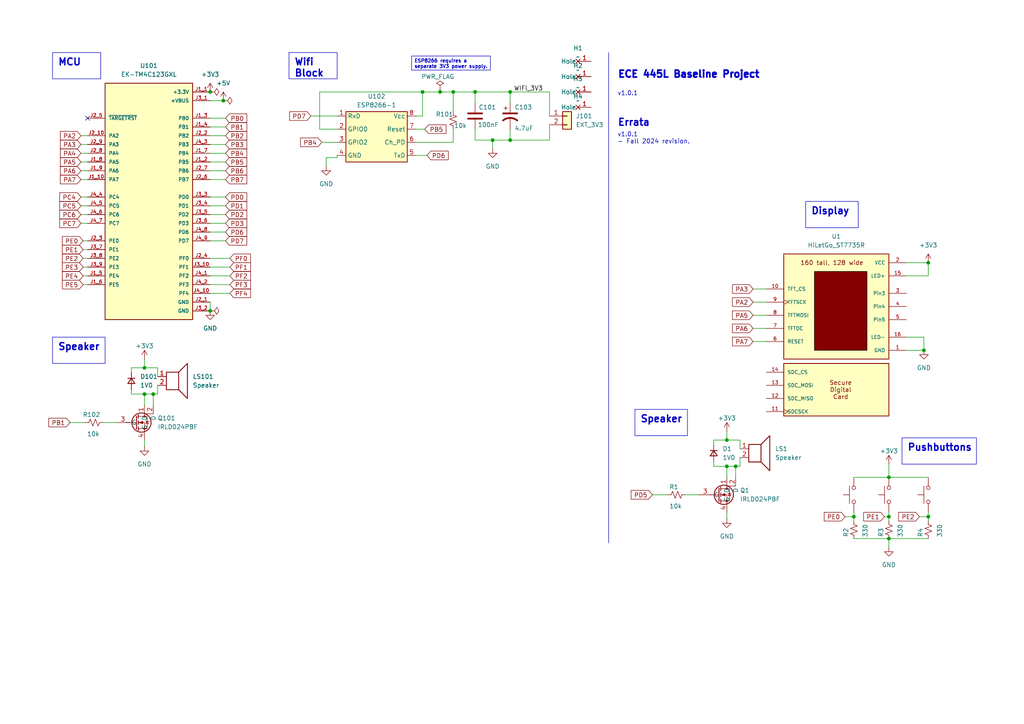
<source format=kicad_sch>
(kicad_sch (version 20231120) (generator "eeschema") (generator_version "8.0")
  (paper "A4")
  (title_block (title "ECE 445L Baseline Project") (date "2024-08-07") (rev "v1.0.1") (company "The University of Texas at Austin"))
  (lib_symbols
    (symbol "Connector_Generic:Conn_01x02" (pin_names (offset 1.016) hide)
      (property "Reference" "J" (at 0 2.54 0))
      (property "Value" "Conn_01x02" (at 0 -5.08 0))
      (symbol "Conn_01x02_1_1"
        (rectangle (start -1.27 -2.413) (end 0 -2.667) (stroke (width 0.1524)))
        (rectangle (start -1.27 0.127) (end 0 -0.127) (stroke (width 0.1524)))
        (rectangle (start -1.27 1.27) (end 1.27 -3.81) (stroke (width 0.254)) (fill (type background)))
        (pin passive line (at -5.08 0 0) (length 3.81) (name "Pin_1") (number "1"))
        (pin passive line (at -5.08 -2.54 0) (length 3.81) (name "Pin_2") (number "2"))
      )
    )
    (symbol "Device:D_Small" (pin_numbers hide) (pin_names (offset 0.254) hide)
      (property "Reference" "D" (at -1.27 2.032 0))
      (property "Value" "D_Small" (at -3.81 -2.032 0))
      (symbol "D_Small_0_1"
        (polyline (pts (xy -0.762 -1.016) (xy -0.762 1.016)) (stroke (width 0.254)))
        (polyline (pts (xy -0.762 0) (xy 0.762 0)))
        (polyline (pts (xy 0.762 -1.016) (xy -0.762 0) (xy 0.762 1.016) (xy 0.762 -1.016)) (stroke (width 0.254)))
      )
      (symbol "D_Small_1_1"
        (pin passive line (at -2.54 0 0) (length 1.778) (name "K") (number "1"))
        (pin passive line (at 2.54 0 180) (length 1.778) (name "A") (number "2"))
      )
    )
    (symbol "Device:Speaker" (pin_names (offset 0) hide)
      (property "Reference" "LS" (at 1.27 5.715 0))
      (property "Value" "Speaker" (at 1.27 3.81 0))
      (symbol "Speaker_0_0"
        (rectangle (start -2.54 1.27) (end 1.016 -3.81) (stroke (width 0.254)))
        (polyline (pts (xy 1.016 1.27) (xy 3.556 3.81) (xy 3.556 -6.35) (xy 1.016 -3.81)) (stroke (width 0.254)))
      )
      (symbol "Speaker_1_1"
        (pin input line (at -5.08 0 0) (length 2.54) (name "1") (number "1"))
        (pin input line (at -5.08 -2.54 0) (length 2.54) (name "2") (number "2"))
      )
    )
    (symbol "ECE445L:C" (pin_numbers hide) (pin_names (offset 0.254))
      (property "Reference" "C" (at 0.635 2.54 0))
      (property "Value" "C" (at 0.635 -2.54 0))
      (symbol "C_0_1"
        (polyline (pts (xy -2.032 -0.762) (xy 2.032 -0.762)) (stroke (width 0.508)))
        (polyline (pts (xy -2.032 0.762) (xy 2.032 0.762)) (stroke (width 0.508)))
      )
      (symbol "C_1_1"
        (pin passive line (at 0 3.81 270) (length 2.794) (name "~") (number "1"))
        (pin passive line (at 0 -3.81 90) (length 2.794) (name "~") (number "2"))
      )
    )
    (symbol "ECE445L:C_Polarized" (pin_numbers hide) (pin_names (offset 0.254) hide)
      (property "Reference" "C" (at 0.635 2.54 0))
      (property "Value" "C_Polarized" (at 0.635 -2.54 0))
      (symbol "C_Polarized_0_1"
        (polyline (pts (xy -2.032 0.762) (xy 2.032 0.762)) (stroke (width 0.508)))
        (polyline (pts (xy -1.778 2.286) (xy -0.762 2.286)))
        (polyline (pts (xy -1.27 1.778) (xy -1.27 2.794)))
        (arc (start 2.032 -1.27) (mid 0 -0.5572) (end -2.032 -1.27) (stroke (width 0.508)))
      )
      (symbol "C_Polarized_1_1"
        (pin passive line (at 0 3.81 270) (length 2.794) (name "~") (number "1"))
        (pin passive line (at 0 -3.81 90) (length 3.302) (name "~") (number "2"))
      )
    )
    (symbol "ECE445L:EK-TM4C123GXL" (pin_names (offset 1.016))
      (property "Reference" "U?" (at -12.7367 34.3099 0))
      (property "Value" "EK-TM4C123GXL" (at -12.7129 -38.1075 0))
      (symbol "EK-TM4C123GXL_0_0"
        (rectangle (start -12.7 -35.56) (end 12.7 33.02) (stroke (width 0.254)) (fill (type background)))
        (pin power_in line (at 17.78 30.48 180) (length 5.08) (name "+3.3V") (number "J1_1"))
        (pin bidirectional line (at -17.78 5.08 0) (length 5.08) (name "PA7") (number "J1_10"))
        (pin bidirectional line (at 17.78 22.86 180) (length 5.08) (name "PB0") (number "J1_3"))
        (pin bidirectional line (at 17.78 20.32 180) (length 5.08) (name "PB1") (number "J1_4"))
        (pin bidirectional line (at -17.78 -22.86 0) (length 5.08) (name "PE4") (number "J1_5"))
        (pin bidirectional line (at -17.78 -25.4 0) (length 5.08) (name "PE5") (number "J1_6"))
        (pin bidirectional line (at 17.78 12.7 180) (length 5.08) (name "PB4") (number "J1_7"))
        (pin bidirectional line (at -17.78 10.16 0) (length 5.08) (name "PA5") (number "J1_8"))
        (pin bidirectional line (at -17.78 7.62 0) (length 5.08) (name "PA6") (number "J1_9"))
        (pin power_in line (at 17.78 -30.48 180) (length 5.08) (name "GND") (number "J2_1"))
        (pin bidirectional line (at -17.78 17.78 0) (length 5.08) (name "PA2") (number "J2_10"))
        (pin bidirectional line (at 17.78 17.78 180) (length 5.08) (name "PB2") (number "J2_2"))
        (pin bidirectional line (at -17.78 -12.7 0) (length 5.08) (name "PE0") (number "J2_3"))
        (pin bidirectional line (at 17.78 -17.78 180) (length 5.08) (name "PF0") (number "J2_4"))
        (pin input line (at -17.78 22.86 0) (length 5.08) (name "~{TARGETRST}") (number "J2_5"))
        (pin bidirectional line (at 17.78 5.08 180) (length 5.08) (name "PB7") (number "J2_6"))
        (pin bidirectional line (at 17.78 7.62 180) (length 5.08) (name "PB6") (number "J2_7"))
        (pin bidirectional line (at -17.78 12.7 0) (length 5.08) (name "PA4") (number "J2_8"))
        (pin bidirectional line (at -17.78 15.24 0) (length 5.08) (name "PA3") (number "J2_9"))
        (pin power_in line (at 17.78 27.94 180) (length 5.08) (name "+VBUS") (number "J3_1"))
        (pin bidirectional line (at 17.78 -20.32 180) (length 5.08) (name "PF1") (number "J3_10"))
        (pin power_in line (at 17.78 -33.02 180) (length 5.08) (name "GND") (number "J3_2"))
        (pin bidirectional line (at 17.78 0 180) (length 5.08) (name "PD0") (number "J3_3"))
        (pin bidirectional line (at 17.78 -2.54 180) (length 5.08) (name "PD1") (number "J3_4"))
        (pin bidirectional line (at 17.78 -5.08 180) (length 5.08) (name "PD2") (number "J3_5"))
        (pin bidirectional line (at 17.78 -7.62 180) (length 5.08) (name "PD3") (number "J3_6"))
        (pin bidirectional line (at -17.78 -15.24 0) (length 5.08) (name "PE1") (number "J3_7"))
        (pin bidirectional line (at -17.78 -17.78 0) (length 5.08) (name "PE2") (number "J3_8"))
        (pin bidirectional line (at -17.78 -20.32 0) (length 5.08) (name "PE3") (number "J3_9"))
        (pin bidirectional line (at 17.78 -22.86 180) (length 5.08) (name "PF2") (number "J4_1"))
        (pin bidirectional line (at 17.78 -27.94 180) (length 5.08) (name "PF4") (number "J4_10"))
        (pin bidirectional line (at 17.78 -25.4 180) (length 5.08) (name "PF3") (number "J4_2"))
        (pin bidirectional line (at 17.78 15.24 180) (length 5.08) (name "PB3") (number "J4_3"))
        (pin bidirectional line (at -17.78 0 0) (length 5.08) (name "PC4") (number "J4_4"))
        (pin bidirectional line (at -17.78 -2.54 0) (length 5.08) (name "PC5") (number "J4_5"))
        (pin bidirectional line (at -17.78 -5.08 0) (length 5.08) (name "PC6") (number "J4_6"))
        (pin bidirectional line (at -17.78 -7.62 0) (length 5.08) (name "PC7") (number "J4_7"))
        (pin bidirectional line (at 17.78 -10.16 180) (length 5.08) (name "PD6") (number "J4_8"))
        (pin bidirectional line (at 17.78 -12.7 180) (length 5.08) (name "PD7") (number "J4_9"))
      )
      (symbol "EK-TM4C123GXL_1_0"
        (pin bidirectional line (at 17.78 10.16 180) (length 5.08) (name "PB5") (number "J1_2"))
      )
    )
    (symbol "ECE445L:ESP8266-1"
      (property "Reference" "U" (at 0 0 0))
      (property "Value" "ESP8266-1" (at 0 8.255 0))
      (symbol "ESP8266-1_1_1"
        (rectangle (start -8.255 6.985) (end 9.525 -7.62) (stroke (width 0.254)) (fill (type background)))
        (pin passive line (at -10.795 5.715 0) (length 2.54) (name "RxD") (number "1"))
        (pin passive line (at -10.795 1.905 0) (length 2.54) (name "GPIO0") (number "2"))
        (pin passive line (at -10.795 -1.905 0) (length 2.54) (name "GPIO2") (number "3"))
        (pin passive line (at -10.795 -5.715 0) (length 2.54) (name "GND") (number "4"))
        (pin passive line (at 12.065 -5.715 180) (length 2.54) (name "TxD") (number "5"))
        (pin passive line (at 12.065 -1.905 180) (length 2.54) (name "Ch_PD") (number "6"))
        (pin passive line (at 12.065 1.905 180) (length 2.54) (name "Reset") (number "7"))
        (pin passive line (at 12.065 5.715 180) (length 2.54) (name "Vcc") (number "8"))
      )
    )
    (symbol "ECE445L:HiLetGo_ST7735R" (pin_names (offset 1.016))
      (property "Reference" "U?" (at -15.24 16.002 0))
      (property "Value" "HiLetGo_ST7735R" (at -11.43 -34.29 0))
      (symbol "HiLetGo_ST7735R_0_0"
        (rectangle (start -15.24 -16.51) (end 15.24 -31.75) (stroke (width 0.254)) (fill (type background)))
        (rectangle (start -15.24 15.24) (end 15.24 -15.24) (stroke (width 0.254)) (fill (type background)))
      )
      (symbol "HiLetGo_ST7735R_1_0"
        (pin power_in line (at 20.32 -12.7 180) (length 5.08) (name "GND") (number "1"))
        (pin input line (at -20.32 5.08 0) (length 5.08) (name "TFT_CS") (number "10"))
        (pin input clock (at -20.32 -30.48 0) (length 5.08) (name "SDCSCK") (number "11"))
        (pin output line (at -20.32 -26.67 0) (length 5.08) (name "SDC_MISO") (number "12"))
        (pin input line (at -20.32 -22.86 0) (length 5.08) (name "SDC_MOSI") (number "13"))
        (pin input line (at -20.32 -19.05 0) (length 5.08) (name "SDC_CS") (number "14"))
        (pin power_in line (at 20.32 8.89 180) (length 5.08) (name "LED+") (number "15"))
        (pin power_in line (at 20.32 -8.89 180) (length 5.08) (name "LED-") (number "16"))
        (pin power_in line (at 20.32 12.7 180) (length 5.08) (name "VCC") (number "2"))
        (pin free line (at 20.32 3.81 180) (length 5.08) (name "Pin3") (number "3"))
        (pin free line (at 20.32 0 180) (length 5.08) (name "Pin4") (number "4"))
        (pin free line (at 20.32 -3.81 180) (length 5.08) (name "Pin5") (number "5"))
        (pin input line (at -20.32 -10.16 0) (length 5.08) (name "RESET") (number "6"))
        (pin input line (at -20.32 -6.35 0) (length 5.08) (name "TFTDC") (number "7"))
        (pin input line (at -20.32 -2.54 0) (length 5.08) (name "TFTMOSI") (number "8"))
        (pin input clock (at -20.32 1.27 0) (length 5.08) (name "TFTSCK") (number "9"))
      )
      (symbol "HiLetGo_ST7735R_1_1"
        (rectangle (start -6.35 10.16) (end 8.89 -12.7) (stroke (width 0) (color 0 0 0 1)) (fill (type color) (color 132 0 0 1)))
        (text "160 tall, 128 wide" (at -1.27 12.7 0) (effects (font (size 1.27 1.27))))
        (text "Secure\nDigital\nCard" (at 1.27 -24.13 0) (effects (font (size 1.27 1.27))))
      )
    )
    (symbol "ECE445L:IRLD024PBF"
      (property "Reference" "Q" (at 6.35 5.715 0))
      (property "Value" "IRLD024PBF" (at 16.51 -1.905 0))
      (symbol "IRLD024PBF_0_1"
        (polyline (pts (xy 11.43 0.635) (xy 8.636 0.635)))
        (polyline (pts (xy 11.684 2.54) (xy 11.684 -1.27)) (stroke (width 0.254)))
        (polyline (pts (xy 12.192 -0.635) (xy 12.192 -1.651)) (stroke (width 0.254)))
        (polyline (pts (xy 12.192 1.143) (xy 12.192 0.127)) (stroke (width 0.254)))
        (polyline (pts (xy 12.192 2.921) (xy 12.192 1.905)) (stroke (width 0.254)))
        (polyline (pts (xy 13.97 3.175) (xy 13.97 2.413)))
        (polyline (pts (xy 16.51 3.175) (xy 13.97 3.175)))
        (polyline (pts (xy 13.97 -1.905) (xy 13.97 0.635) (xy 12.192 0.635)))
        (polyline (pts (xy 12.192 -1.143) (xy 14.732 -1.143) (xy 14.732 2.413) (xy 12.192 2.413)))
        (polyline (pts (xy 12.446 0.635) (xy 13.462 1.016) (xy 13.462 0.254) (xy 12.446 0.635)) (fill (type outline)))
        (polyline (pts (xy 14.224 1.143) (xy 14.351 1.016) (xy 15.113 1.016) (xy 15.24 0.889)))
        (polyline (pts (xy 14.732 1.016) (xy 14.351 0.381) (xy 15.113 0.381) (xy 14.732 1.016)))
        (circle (center 13.081 0.635) (radius 2.794) (stroke (width 0.254)))
        (circle (center 13.97 -1.143) (radius 0.254) (fill (type outline)))
        (circle (center 13.97 2.413) (radius 0.254) (fill (type outline)))
      )
      (symbol "IRLD024PBF_1_1"
        (pin passive line (at 13.97 5.715 270) (length 2.54) (name "D") (number "1"))
        (pin passive line (at 16.51 5.715 270) (length 2.54) (name "D") (number "2"))
        (pin input line (at 5.715 0.635 0) (length 4) (name "G") (number "3"))
        (pin passive line (at 13.97 -4.445 90) (length 2.54) (name "S") (number "4"))
      )
    )
    (symbol "ECE445L:MountingHole"
      (property "Reference" "H" (at 0 0 0))
      (symbol "MountingHole_1_1"
        (pin power_in non_logic (at 0 0 180) (length 3.81) (name "Hole") (number "1"))
      )
    )
    (symbol "ECE445L:R_0.125W" (pin_numbers hide) (pin_names (offset 0.254) hide)
      (property "Reference" "R" (at 0.762 0.508 0))
      (property "Value" "R_0.125W" (at 0.762 -1.016 0))
      (symbol "R_0.125W_1_1"
        (polyline (pts (xy 0 0) (xy 1.016 -0.381) (xy 0 -0.762) (xy -1.016 -1.143) (xy 0 -1.524)))
        (polyline (pts (xy 0 1.524) (xy 1.016 1.143) (xy 0 0.762) (xy -1.016 0.381) (xy 0 0)))
        (pin passive line (at 0 2.54 270) (length 1.016) (name "~") (number "1"))
        (pin passive line (at 0 -2.54 90) (length 1.016) (name "~") (number "2"))
      )
    )
    (symbol "Switch:SW_Push" (pin_numbers hide) (pin_names (offset 1.016) hide)
      (property "Reference" "SW" (at 1.27 2.54 0))
      (property "Value" "SW_Push" (at 0 -1.524 0))
      (symbol "SW_Push_0_1"
        (circle (center -2.032 0) (radius 0.508))
        (polyline (pts (xy 0 1.27) (xy 0 3.048)))
        (polyline (pts (xy 2.54 1.27) (xy -2.54 1.27)))
        (circle (center 2.032 0) (radius 0.508))
        (pin passive line (at -5.08 0 0) (length 2.54) (name "1") (number "1"))
        (pin passive line (at 5.08 0 180) (length 2.54) (name "2") (number "2"))
      )
    )
    (symbol "power:+3V3" (power) (pin_numbers hide) (pin_names (offset 0) hide)
      (property "Value" "+3V3" (at 0 3.556 0))
      (symbol "+3V3_0_1"
        (polyline (pts (xy -0.762 1.27) (xy 0 2.54)))
        (polyline (pts (xy 0 0) (xy 0 2.54)))
        (polyline (pts (xy 0 2.54) (xy 0.762 1.27)))
      )
      (symbol "+3V3_1_1"
        (pin power_in line (at 0 0 90) (length 0) (name "~") (number "1"))
      )
    )
    (symbol "power:+5V" (power) (pin_numbers hide) (pin_names (offset 0) hide)
      (property "Value" "+5V" (at 0 3.556 0))
      (symbol "+5V_0_1"
        (polyline (pts (xy -0.762 1.27) (xy 0 2.54)))
        (polyline (pts (xy 0 0) (xy 0 2.54)))
        (polyline (pts (xy 0 2.54) (xy 0.762 1.27)))
      )
      (symbol "+5V_1_1"
        (pin power_in line (at 0 0 90) (length 0) (name "~") (number "1"))
      )
    )
    (symbol "power:GND" (power) (pin_numbers hide) (pin_names (offset 0) hide)
      (property "Value" "GND" (at 0 -3.81 0))
      (symbol "GND_0_1"
        (polyline (pts (xy 0 0) (xy 0 -1.27) (xy 1.27 -1.27) (xy 0 -2.54) (xy -1.27 -1.27) (xy 0 -1.27)))
      )
      (symbol "GND_1_1"
        (pin power_in line (at 0 0 270) (length 0) (name "~") (number "1"))
      )
    )
    (symbol "power:PWR_FLAG" (power) (pin_numbers hide) (pin_names (offset 0) hide)
      (property "Value" "PWR_FLAG" (at 0 3.81 0))
      (symbol "PWR_FLAG_0_0"
        (pin power_out line (at 0 0 90) (length 0) (name "~") (number "1"))
      )
      (symbol "PWR_FLAG_0_1"
        (polyline (pts (xy 0 0) (xy 0 1.27) (xy -1.016 1.905) (xy 0 2.54) (xy 1.016 1.905) (xy 0 1.27)))
      )
    )
  )
  (junction (at 60.96 26.67))
  (junction (at 127.635 26.67))
  (junction (at 213.36 135.255))
  (junction (at 210.82 127.635))
  (junction (at 147.955 26.67))
  (junction (at 269.24 149.86))
  (junction (at 41.91 106.68))
  (junction (at 44.45 114.3))
  (junction (at 210.82 135.255))
  (junction (at 267.97 101.6))
  (junction (at 122.555 26.67))
  (junction (at 137.795 26.67))
  (junction (at 147.955 40.64))
  (junction (at 257.81 138.43))
  (junction (at 60.96 90.17))
  (junction (at 269.24 76.2))
  (junction (at 257.81 149.86))
  (junction (at 41.91 114.3))
  (junction (at 257.81 156.21))
  (junction (at 142.875 40.64))
  (junction (at 131.445 26.67))
  (junction (at 64.77 29.21))
  (junction (at 247.65 149.86))
  (no_connect (at 25.4 34.29))
  (wire (pts (xy 60.96 41.91) (xy 65.405 41.91)))
  (wire (pts (xy 93.345 41.275) (xy 97.79 41.275)))
  (wire (pts (xy 60.96 52.07) (xy 65.405 52.07)))
  (wire (pts (xy 262.89 101.6) (xy 267.97 101.6)))
  (wire (pts (xy 60.96 36.83) (xy 65.405 36.83)))
  (wire (pts (xy 20.32 122.555) (xy 24.765 122.555)))
  (wire (pts (xy 38.1 106.68) (xy 41.91 106.68)))
  (wire (pts (xy 94.615 45.72) (xy 94.615 48.26)))
  (wire (pts (xy 60.96 69.85) (xy 65.405 69.85)))
  (wire (pts (xy 131.445 41.275) (xy 131.445 37.465)))
  (wire (pts (xy 262.89 76.2) (xy 269.24 76.2)))
  (wire (pts (xy 23.495 64.77) (xy 25.4 64.77)))
  (wire (pts (xy 147.955 40.64) (xy 159.385 40.64)))
  (wire (pts (xy 257.81 134.62) (xy 257.81 138.43)))
  (wire (pts (xy 120.65 45.085) (xy 123.825 45.085)))
  (wire (pts (xy 60.96 77.47) (xy 66.675 77.47)))
  (wire (pts (xy 45.72 111.76) (xy 45.72 114.3)))
  (wire (pts (xy 92.71 26.67) (xy 92.71 37.465)))
  (wire (pts (xy 24.13 77.47) (xy 25.4 77.47)))
  (wire (pts (xy 218.44 87.63) (xy 222.25 87.63)))
  (wire (pts (xy 23.495 62.23) (xy 25.4 62.23)))
  (wire (pts (xy 97.79 45.72) (xy 94.615 45.72)))
  (wire (pts (xy 23.495 41.91) (xy 25.4 41.91)))
  (wire (pts (xy 142.875 40.64) (xy 137.795 40.64)))
  (wire (pts (xy 41.91 104.14) (xy 41.91 106.68)))
  (wire (pts (xy 29.845 122.555) (xy 33.655 122.555)))
  (wire (pts (xy 60.96 39.37) (xy 65.405 39.37)))
  (wire (pts (xy 218.44 83.82) (xy 222.25 83.82)))
  (wire (pts (xy 60.96 87.63) (xy 60.96 90.17)))
  (wire (pts (xy 269.24 76.2) (xy 269.24 80.01)))
  (wire (pts (xy 41.91 114.3) (xy 44.45 114.3)))
  (wire (pts (xy 131.445 26.67) (xy 127.635 26.67)))
  (wire (pts (xy 269.24 149.86) (xy 269.24 151.13)))
  (wire (pts (xy 24.13 72.39) (xy 25.4 72.39)))
  (wire (pts (xy 247.65 148.59) (xy 247.65 149.86)))
  (wire (pts (xy 210.82 125.095) (xy 210.82 127.635)))
  (wire (pts (xy 38.1 106.68) (xy 38.1 107.95)))
  (wire (pts (xy 60.96 85.09) (xy 66.675 85.09)))
  (wire (pts (xy 24.13 69.85) (xy 25.4 69.85)))
  (wire (pts (xy 38.1 114.3) (xy 41.91 114.3)))
  (wire (pts (xy 127.635 26.035) (xy 127.635 26.67)))
  (wire (pts (xy 256.54 149.86) (xy 257.81 149.86)))
  (wire (pts (xy 23.495 49.53) (xy 25.4 49.53)))
  (wire (pts (xy 207.01 127.635) (xy 210.82 127.635)))
  (wire (pts (xy 210.82 135.255) (xy 210.82 138.43)))
  (wire (pts (xy 60.96 80.01) (xy 66.675 80.01)))
  (wire (pts (xy 218.44 99.06) (xy 222.25 99.06)))
  (wire (pts (xy 120.65 33.655) (xy 122.555 33.655)))
  (wire (pts (xy 247.65 156.21) (xy 257.81 156.21)))
  (wire (pts (xy 60.96 34.29) (xy 65.405 34.29)))
  (wire (pts (xy 24.13 80.01) (xy 25.4 80.01)))
  (wire (pts (xy 213.36 135.255) (xy 213.36 138.43)))
  (wire (pts (xy 247.65 138.43) (xy 257.81 138.43)))
  (wire (pts (xy 97.79 45.085) (xy 97.79 45.72)))
  (wire (pts (xy 257.81 148.59) (xy 257.81 149.86)))
  (wire (pts (xy 23.495 39.37) (xy 25.4 39.37)))
  (wire (pts (xy 210.82 148.59) (xy 210.82 150.495)))
  (wire (pts (xy 267.97 97.79) (xy 267.97 101.6)))
  (wire (pts (xy 120.65 37.465) (xy 123.19 37.465)))
  (wire (pts (xy 23.495 44.45) (xy 25.4 44.45)))
  (wire (pts (xy 213.36 135.255) (xy 214.63 135.255)))
  (wire (pts (xy 90.17 33.655) (xy 97.79 33.655)))
  (wire (pts (xy 60.96 29.21) (xy 64.77 29.21)))
  (wire (pts (xy 266.7 149.86) (xy 269.24 149.86)))
  (wire (pts (xy 142.875 40.64) (xy 147.955 40.64)))
  (wire (pts (xy 137.795 26.67) (xy 131.445 26.67)))
  (polyline (pts (xy 176.53 15.24) (xy 176.53 157.48)))
  (wire (pts (xy 24.13 82.55) (xy 25.4 82.55)))
  (wire (pts (xy 23.495 52.07) (xy 25.4 52.07)))
  (wire (pts (xy 207.01 127.635) (xy 207.01 128.905)))
  (wire (pts (xy 147.955 26.67) (xy 137.795 26.67)))
  (wire (pts (xy 257.81 156.21) (xy 269.24 156.21)))
  (wire (pts (xy 257.81 138.43) (xy 269.24 138.43)))
  (wire (pts (xy 44.45 114.3) (xy 45.72 114.3)))
  (wire (pts (xy 23.495 46.99) (xy 25.4 46.99)))
  (wire (pts (xy 127.635 26.67) (xy 122.555 26.67)))
  (wire (pts (xy 257.81 156.21) (xy 257.81 158.75)))
  (wire (pts (xy 137.795 40.64) (xy 137.795 37.465)))
  (wire (pts (xy 218.44 95.25) (xy 222.25 95.25)))
  (wire (pts (xy 159.385 36.195) (xy 159.385 40.64)))
  (wire (pts (xy 198.755 143.51) (xy 202.565 143.51)))
  (wire (pts (xy 97.79 37.465) (xy 92.71 37.465)))
  (wire (pts (xy 60.96 64.77) (xy 65.405 64.77)))
  (wire (pts (xy 214.63 127.635) (xy 214.63 130.175)))
  (wire (pts (xy 137.795 26.67) (xy 137.795 29.845)))
  (wire (pts (xy 207.01 135.255) (xy 210.82 135.255)))
  (wire (pts (xy 120.65 41.275) (xy 131.445 41.275)))
  (wire (pts (xy 207.01 135.255) (xy 207.01 133.985)))
  (wire (pts (xy 41.91 114.3) (xy 41.91 117.475)))
  (wire (pts (xy 142.875 43.18) (xy 142.875 40.64)))
  (wire (pts (xy 122.555 33.655) (xy 122.555 26.67)))
  (wire (pts (xy 210.82 135.255) (xy 213.36 135.255)))
  (wire (pts (xy 262.89 80.01) (xy 269.24 80.01)))
  (wire (pts (xy 218.44 91.44) (xy 222.25 91.44)))
  (wire (pts (xy 60.96 82.55) (xy 66.675 82.55)))
  (wire (pts (xy 60.96 74.93) (xy 66.675 74.93)))
  (wire (pts (xy 257.81 149.86) (xy 257.81 151.13)))
  (wire (pts (xy 214.63 132.715) (xy 214.63 135.255)))
  (wire (pts (xy 131.445 26.67) (xy 131.445 32.385)))
  (wire (pts (xy 44.45 114.3) (xy 44.45 117.475)))
  (wire (pts (xy 60.96 44.45) (xy 65.405 44.45)))
  (wire (pts (xy 60.96 67.31) (xy 65.405 67.31)))
  (wire (pts (xy 60.96 57.15) (xy 65.405 57.15)))
  (wire (pts (xy 262.89 97.79) (xy 267.97 97.79)))
  (wire (pts (xy 23.495 57.15) (xy 25.4 57.15)))
  (wire (pts (xy 210.82 127.635) (xy 214.63 127.635)))
  (wire (pts (xy 45.72 106.68) (xy 45.72 109.22)))
  (wire (pts (xy 41.91 127.635) (xy 41.91 129.54)))
  (wire (pts (xy 147.955 40.64) (xy 147.955 37.465)))
  (wire (pts (xy 189.23 143.51) (xy 193.675 143.51)))
  (wire (pts (xy 60.96 59.69) (xy 65.405 59.69)))
  (wire (pts (xy 147.955 26.67) (xy 147.955 29.845)))
  (wire (pts (xy 122.555 26.67) (xy 92.71 26.67)))
  (wire (pts (xy 245.11 149.86) (xy 247.65 149.86)))
  (wire (pts (xy 23.495 59.69) (xy 25.4 59.69)))
  (wire (pts (xy 60.96 46.99) (xy 65.405 46.99)))
  (wire (pts (xy 269.24 148.59) (xy 269.24 149.86)))
  (wire (pts (xy 159.385 26.67) (xy 159.385 33.655)))
  (wire (pts (xy 60.96 62.23) (xy 65.405 62.23)))
  (wire (pts (xy 41.91 106.68) (xy 45.72 106.68)))
  (wire (pts (xy 60.96 49.53) (xy 65.405 49.53)))
  (wire (pts (xy 24.13 74.93) (xy 25.4 74.93)))
  (wire (pts (xy 159.385 26.67) (xy 147.955 26.67)))
  (wire (pts (xy 38.1 114.3) (xy 38.1 113.03)))
  (wire (pts (xy 247.65 149.86) (xy 247.65 151.13)))
  (text_box "MCU" (at 15.24 15.24 0) (size 13.97 7.62) (effects (font (size 2 2) (thickness 0.4) (bold yes)) (justify left top)))
  (text_box "Speaker" (at 184.15 118.745 0) (size 15.24 7.62) (effects (font (size 2 2) (thickness 0.4) (bold yes)) (justify left top)))
  (text_box "ESP8266 requires a separate 3V3 power supply." (at 119.38 16.256 0) (size 22.86 4.064) (effects (font (size 1 1) (bold yes)) (justify left top)))
  (text_box "Speaker" (at 15.24 97.79 0) (size 15.24 7.62) (effects (font (size 2 2) (thickness 0.4) (bold yes)) (justify left top)))
  (text_box "Pushbuttons" (at 261.62 127 0) (size 21.59 7.62) (effects (font (size 2 2) (thickness 0.4) (bold yes)) (justify left top)))
  (text_box "Wifi Block" (at 83.82 15.24 0) (size 13.97 7.62) (effects (font (size 2 2) (thickness 0.4) (bold yes)) (justify left top)))
  (text_box "Display\n" (at 233.68 58.42 0) (size 15.24 7.62) (effects (font (size 2 2) (thickness 0.4) (bold yes)) (justify left top)))
  (text "v1.0.1\n- Fall 2024 revision." (at 179.07 41.91 0) (effects (font (size 1.27 1.27)) (justify left bottom)))
  (text "ECE 445L Baseline Project" (at 179.07 22.86 0) (effects (font (size 2 2) (thickness 0.6) (bold yes)) (justify left bottom)))
  (text "v1.0.1" (at 179.07 27.94 0) (effects (font (size 1.27 1.27)) (justify left bottom)))
  (text "Errata" (at 179.07 36.83 0) (effects (font (size 2 2) (thickness 0.4) (bold yes)) (justify left bottom)))
  (label "WIFI_3V3" (at 157.48 26.67 180))
  (global_label "PC5" (shape input) (at 23.495 59.69 180) (property "Intersheetrefs" "${INTERSHEET_REFS}" (effects (hide yes))))
  (global_label "PB6" (shape input) (at 65.405 49.53 0) (property "Intersheetrefs" "${INTERSHEET_REFS}" (effects (hide yes))))
  (global_label "PA3" (shape input) (at 218.44 83.82 180) (property "Intersheetrefs" "${INTERSHEET_REFS}" (effects (hide yes))))
  (global_label "PB2" (shape input) (at 65.405 39.37 0) (property "Intersheetrefs" "${INTERSHEET_REFS}" (effects (hide yes))))
  (global_label "PA7" (shape input) (at 23.495 52.07 180) (property "Intersheetrefs" "${INTERSHEET_REFS}" (effects (hide yes))))
  (global_label "PA4" (shape input) (at 23.495 44.45 180) (property "Intersheetrefs" "${INTERSHEET_REFS}" (effects (hide yes))))
  (global_label "PA2" (shape input) (at 218.44 87.63 180) (property "Intersheetrefs" "${INTERSHEET_REFS}" (effects (hide yes))))
  (global_label "PB5" (shape input) (at 65.405 46.99 0) (property "Intersheetrefs" "${INTERSHEET_REFS}" (effects (hide yes))))
  (global_label "PB3" (shape input) (at 65.405 41.91 0) (property "Intersheetrefs" "${INTERSHEET_REFS}" (effects (hide yes))))
  (global_label "PD7" (shape input) (at 65.405 69.85 0) (property "Intersheetrefs" "${INTERSHEET_REFS}" (effects (hide yes))))
  (global_label "PE0" (shape input) (at 24.13 69.85 180) (property "Intersheetrefs" "${INTERSHEET_REFS}" (effects (hide yes))))
  (global_label "PD1" (shape input) (at 65.405 59.69 0) (property "Intersheetrefs" "${INTERSHEET_REFS}" (effects (hide yes))))
  (global_label "PA6" (shape input) (at 218.44 95.25 180) (property "Intersheetrefs" "${INTERSHEET_REFS}" (effects (hide yes))))
  (global_label "PF4" (shape input) (at 66.675 85.09 0) (property "Intersheetrefs" "${INTERSHEET_REFS}" (effects (hide yes))))
  (global_label "PE3" (shape input) (at 24.13 77.47 180) (property "Intersheetrefs" "${INTERSHEET_REFS}" (effects (hide yes))))
  (global_label "PC7" (shape input) (at 23.495 64.77 180) (property "Intersheetrefs" "${INTERSHEET_REFS}" (effects (hide yes))))
  (global_label "PD7" (shape input) (at 90.17 33.655 180) (property "Intersheetrefs" "${INTERSHEET_REFS}" (effects (hide yes))))
  (global_label "PB4" (shape input) (at 93.345 41.275 180) (property "Intersheetrefs" "${INTERSHEET_REFS}" (effects (hide yes))))
  (global_label "PE1" (shape input) (at 256.54 149.86 180) (property "Intersheetrefs" "${INTERSHEET_REFS}" (effects (hide yes))))
  (global_label "PE2" (shape input) (at 24.13 74.93 180) (property "Intersheetrefs" "${INTERSHEET_REFS}" (effects (hide yes))))
  (global_label "PA3" (shape input) (at 23.495 41.91 180) (property "Intersheetrefs" "${INTERSHEET_REFS}" (effects (hide yes))))
  (global_label "PE4" (shape input) (at 24.13 80.01 180) (property "Intersheetrefs" "${INTERSHEET_REFS}" (effects (hide yes))))
  (global_label "PC4" (shape input) (at 23.495 57.15 180) (property "Intersheetrefs" "${INTERSHEET_REFS}" (effects (hide yes))))
  (global_label "PB0" (shape input) (at 65.405 34.29 0) (property "Intersheetrefs" "${INTERSHEET_REFS}" (effects (hide yes))))
  (global_label "PE1" (shape input) (at 24.13 72.39 180) (property "Intersheetrefs" "${INTERSHEET_REFS}" (effects (hide yes))))
  (global_label "PF3" (shape input) (at 66.675 82.55 0) (property "Intersheetrefs" "${INTERSHEET_REFS}" (effects (hide yes))))
  (global_label "PA5" (shape input) (at 218.44 91.44 180) (property "Intersheetrefs" "${INTERSHEET_REFS}" (effects (hide yes))))
  (global_label "PE0" (shape input) (at 245.11 149.86 180) (property "Intersheetrefs" "${INTERSHEET_REFS}" (effects (hide yes))))
  (global_label "PD3" (shape input) (at 65.405 64.77 0) (property "Intersheetrefs" "${INTERSHEET_REFS}" (effects (hide yes))))
  (global_label "PE2" (shape input) (at 266.7 149.86 180) (property "Intersheetrefs" "${INTERSHEET_REFS}" (effects (hide yes))))
  (global_label "PD0" (shape input) (at 65.405 57.15 0) (property "Intersheetrefs" "${INTERSHEET_REFS}" (effects (hide yes))))
  (global_label "PB7" (shape input) (at 65.405 52.07 0) (property "Intersheetrefs" "${INTERSHEET_REFS}" (effects (hide yes))))
  (global_label "PD6" (shape input) (at 123.825 45.085 0) (property "Intersheetrefs" "${INTERSHEET_REFS}" (effects (hide yes))))
  (global_label "PA2" (shape input) (at 23.495 39.37 180) (property "Intersheetrefs" "${INTERSHEET_REFS}" (effects (hide yes))))
  (global_label "PA7" (shape input) (at 218.44 99.06 180) (property "Intersheetrefs" "${INTERSHEET_REFS}" (effects (hide yes))))
  (global_label "PB1" (shape input) (at 20.32 122.555 180) (property "Intersheetrefs" "${INTERSHEET_REFS}" (effects (hide yes))))
  (global_label "PF0" (shape input) (at 66.675 74.93 0) (property "Intersheetrefs" "${INTERSHEET_REFS}" (effects (hide yes))))
  (global_label "PC6" (shape input) (at 23.495 62.23 180) (property "Intersheetrefs" "${INTERSHEET_REFS}" (effects (hide yes))))
  (global_label "PE5" (shape input) (at 24.13 82.55 180) (property "Intersheetrefs" "${INTERSHEET_REFS}" (effects (hide yes))))
  (global_label "PB5" (shape input) (at 123.19 37.465 0) (property "Intersheetrefs" "${INTERSHEET_REFS}" (effects (hide yes))))
  (global_label "PD6" (shape input) (at 65.405 67.31 0) (property "Intersheetrefs" "${INTERSHEET_REFS}" (effects (hide yes))))
  (global_label "PF1" (shape input) (at 66.675 77.47 0) (property "Intersheetrefs" "${INTERSHEET_REFS}" (effects (hide yes))))
  (global_label "PB1" (shape input) (at 65.405 36.83 0) (property "Intersheetrefs" "${INTERSHEET_REFS}" (effects (hide yes))))
  (global_label "PA6" (shape input) (at 23.495 49.53 180) (property "Intersheetrefs" "${INTERSHEET_REFS}" (effects (hide yes))))
  (global_label "PD5" (shape input) (at 189.23 143.51 180) (property "Intersheetrefs" "${INTERSHEET_REFS}" (effects (hide yes))))
  (global_label "PD2" (shape input) (at 65.405 62.23 0) (property "Intersheetrefs" "${INTERSHEET_REFS}" (effects (hide yes))))
  (global_label "PF2" (shape input) (at 66.675 80.01 0) (property "Intersheetrefs" "${INTERSHEET_REFS}" (effects (hide yes))))
  (global_label "PB4" (shape input) (at 65.405 44.45 0) (property "Intersheetrefs" "${INTERSHEET_REFS}" (effects (hide yes))))
  (global_label "PA5" (shape input) (at 23.495 46.99 180) (property "Intersheetrefs" "${INTERSHEET_REFS}" (effects (hide yes))))
  (symbol (lib_id "power:PWR_FLAG") (at 60.96 90.17 270) (unit 1)
    (property "Reference" "#FLG0102" (effects (hide yes)))
    (property "Value" "PWR_FLAG" (effects (hide yes)))
    (property "Description" "Special symbol for telling ERC where power comes from" (effects (hide yes)))
  )
  (symbol (lib_id "Device:D_Small") (at 38.1 110.49 270) (unit 1)
    (property "Reference" "D101" (at 40.64 109.22 90) (effects (justify left)))
    (property "Value" "1V0" (at 40.64 111.76 90) (effects (justify left)))
    (property "Footprint" "Diode_THT:D_5W_P12.70mm_Horizontal" (effects (hide yes)))
    (property "Description" "Diode, small symbol" (effects (hide yes)))
    (property "Cost" "0.10 " (effects (hide yes)))
    (property "Distributor" "Mouser" (effects (hide yes)))
    (property "Manufacturer" "onsemi" (effects (hide yes)))
    (property "P/N" "1N914 " (effects (hide yes)))
    (property "Sim.Device" "D" (effects (hide yes)))
    (property "Sim.Pins" "1=K 2=A" (effects (hide yes)))
  )
  (symbol (lib_id "ECE445L:HiLetGo_ST7735R") (at 242.57 88.9 0) (unit 1)
    (property "Reference" "U1" (at 242.57 68.58 0))
    (property "Value" "HiLetGo_ST7735R" (at 242.57 71.12 0))
    (property "Footprint" "ECE445L:hiletgo_st7735r" (effects (hide yes)))
    (property "Datasheet" "https://users.ece.utexas.edu/~valvano/mspm0/1-8-tft-display.pdf" (effects (hide yes)))
    (property "Description" "http://hiletgo.com/ProductDetail/2157911.html" (effects (hide yes)))
    (property "Distributor" "Amazon" (effects (hide yes)))
    (property "Manufacturer" "HiLetGo" (effects (hide yes)))
    (property "P/N" "https://www.amazon.com/s?k=hiletgo+ST7735R" (effects (hide yes)))
    (property "Cost" "9.95" (effects (hide yes)))
  )
  (symbol (lib_id "ECE445L:EK-TM4C123GXL") (at 43.18 57.15 0) (unit 1)
    (property "Reference" "U101" (at 43.18 19.05 0))
    (property "Value" "EK-TM4C123GXL" (at 43.18 21.59 0))
    (property "Footprint" "ECE445L:ti_EKTM4C123GXL" (effects (hide yes)))
    (property "Datasheet" "https://www.ti.com/lit/ds/symlink/tm4c123gh6pm.pdf?ts=1693244962384&ref_url=https%253A%252F%252Fwww.google.com%252F" (effects (hide yes)))
    (property "Distributor" "Mouser" (effects (hide yes)))
    (property "Manufacturer" "Texas Instruments" (effects (hide yes)))
    (property "P/N" "EK-TM4C123GXL" (effects (hide yes)))
    (property "Cost" "22.60" (effects (hide yes)))
  )
  (symbol (lib_id "ECE445L:IRLD024PBF") (at 27.94 123.19 0) (unit 1)
    (property "Reference" "Q101" (at 45.72 121.2849 0) (effects (justify left)))
    (property "Value" "IRLD024PBF" (at 45.72 123.8249 0) (effects (justify left)))
    (property "Footprint" "ECE445L:DIP920W60P254L490H457Q4N" (effects (hide yes)))
    (property "Datasheet" "http://www.vishay.com/docs/91308/sihld24.pdf" (effects (hide yes)))
    (property "Description" "Vishay IRLD024PBF N-channel MOSFET Transistor, 2.5 A, 60 V, 4-Pin HVMDIP" (effects (hide yes)))
    (property "Cost" "1.67" (effects (hide yes)))
    (property "Distributor" "Mouser" (effects (hide yes)))
    (property "Manufacturer" "Vishay" (effects (hide yes)))
    (property "P/N" "IRLD024PBF" (effects (hide yes)))
    (property "Sim.Device" "NMOS" (effects (hide yes)))
    (property "Sim.Type" "VDMOS" (effects (hide yes)))
    (property "Sim.Pins" "1=D 2=G 3=S" (effects (hide yes)))
    (property "Height" "4.57" (effects (hide yes)))
    (property "Mouser Part Number" "844-IRLD024PBF" (effects (hide yes)))
    (property "Mouser Price/Stock" "https://www.mouser.co.uk/ProductDetail/Vishay-Siliconix/IRLD024PBF?qs=cvaI6ThkwxvrmVanJu5OcQ%3D%3D" (effects (hide yes)))
    (property "Manufacturer_Name" "Vishay" (effects (hide yes)))
    (property "Manufacturer_Part_Number" "IRLD024PBF" (effects (hide yes)))
  )
  (symbol (lib_id "ECE445L:R_0.125W") (at 257.81 153.67 180) (unit 1)
    (property "Reference" "R3" (at 255.524 154.432 90))
    (property "Value" "330" (at 261.112 153.924 90))
    (property "Footprint" "ECE445L:R_Axial_DIN0204_L3.6mm_D1.6mm_P7.62mm_Horizontal" (effects (hide yes)))
    (property "Datasheet" "https://users.ece.utexas.edu/~valvano/mspm0/CarbonFilmresistors.pdf" (effects (hide yes)))
    (property "Description" "Resistor, small US symbol" (effects (hide yes)))
  )
  (symbol (lib_id "power:PWR_FLAG") (at 64.77 29.21 270) (unit 1)
    (property "Reference" "#FLG0103" (effects (hide yes)))
    (property "Value" "PWR_FLAG" (effects (hide yes)))
    (property "Description" "Special symbol for telling ERC where power comes from" (effects (hide yes)))
  )
  (symbol (lib_id "Switch:SW_Push") (at 247.65 143.51 90) (unit 1)
    (property "Reference" "SW101" (effects (hide yes)))
    (property "Value" "UP" (effects (hide yes)))
    (property "Footprint" "Button_Switch_THT:SW_PUSH_6mm" (effects (hide yes)))
    (property "Description" "Push button switch, generic, two pins" (effects (hide yes)))
  )
  (symbol (lib_id "ECE445L:MountingHole") (at 171.45 22.225 0) (unit 1)
    (property "Reference" "H2" (at 167.64 19.05 0))
    (property "Value" "~" (at 167.64 20.32 0))
    (property "Footprint" "ECE445L:MountingHole_4_40" (effects (hide yes)))
    (property "Description" "Drill hole for 4-40 screw" (effects (hide yes)))
  )
  (symbol (lib_id "Connector_Generic:Conn_01x02") (at 164.465 33.655 0) (unit 1)
    (property "Reference" "J101" (at 167.005 33.655 0) (effects (justify left)))
    (property "Value" "EXT_3V3" (at 167.005 36.195 0) (effects (justify left)))
    (property "Footprint" "Connector_Samtec_HPM_THT:Samtec_HPM-02-01-x-S_Straight_1x02_Pitch5.08mm" (effects (hide yes)))
    (property "Description" "Generic connector, single row, 01x02, script generated (kicad-library-utils/schlib/autogen/connector/)" (effects (hide yes)))
  )
  (symbol (lib_id "ECE445L:C_Polarized") (at 147.955 33.655 0) (unit 1)
    (property "Reference" "C103" (at 149.225 31.115 0) (effects (justify left)))
    (property "Value" "4.7uF" (at 149.225 37.211 0) (effects (justify left)))
    (property "Footprint" "ECE445L:CP_Radial_Tantal200mil" (effects (hide yes)))
    (property "Description" "Polarized capacitor, US symbol" (effects (hide yes)))
  )
  (symbol (lib_id "power:GND") (at 94.615 48.26 0) (unit 1)
    (property "Reference" "#PWR03" (effects (hide yes)))
    (property "Value" "GND" (at 94.615 53.34 0))
    (property "Description" "Power symbol creates a global label with name \"GND\" , ground" (effects (hide yes)))
  )
  (symbol (lib_id "ECE445L:IRLD024PBF") (at 196.85 144.145 0) (unit 1)
    (property "Reference" "Q1" (at 214.63 142.2399 0) (effects (justify left)))
    (property "Value" "IRLD024PBF" (at 214.63 144.7799 0) (effects (justify left)))
    (property "Footprint" "ECE445L:DIP920W60P254L490H457Q4N" (effects (hide yes)))
    (property "Datasheet" "http://www.vishay.com/docs/91308/sihld24.pdf" (effects (hide yes)))
    (property "Description" "Vishay IRLD024PBF N-channel MOSFET Transistor, 2.5 A, 60 V, 4-Pin HVMDIP" (effects (hide yes)))
    (property "Cost" "1.67" (effects (hide yes)))
    (property "Distributor" "Mouser" (effects (hide yes)))
    (property "Manufacturer" "Vishay" (effects (hide yes)))
    (property "P/N" "IRLD024PBF" (effects (hide yes)))
    (property "Sim.Device" "NMOS" (effects (hide yes)))
    (property "Sim.Type" "VDMOS" (effects (hide yes)))
    (property "Sim.Pins" "1=D 2=G 3=S" (effects (hide yes)))
    (property "Height" "4.57" (effects (hide yes)))
    (property "Mouser Part Number" "844-IRLD024PBF" (effects (hide yes)))
    (property "Mouser Price/Stock" "https://www.mouser.co.uk/ProductDetail/Vishay-Siliconix/IRLD024PBF?qs=cvaI6ThkwxvrmVanJu5OcQ%3D%3D" (effects (hide yes)))
    (property "Manufacturer_Name" "Vishay" (effects (hide yes)))
    (property "Manufacturer_Part_Number" "IRLD024PBF" (effects (hide yes)))
  )
  (symbol (lib_id "power:+5V") (at 64.77 29.21 0) (unit 1)
    (property "Reference" "#PWR0105" (effects (hide yes)))
    (property "Value" "+5V" (at 64.77 24.13 0))
    (property "Description" "Power symbol creates a global label with name \"+5V\"" (effects (hide yes)))
  )
  (symbol (lib_id "power:GND") (at 257.81 158.75 0) (unit 1)
    (property "Reference" "#PWR0107" (effects (hide yes)))
    (property "Value" "GND" (at 257.81 163.83 0))
    (property "Description" "Power symbol creates a global label with name \"GND\" , ground" (effects (hide yes)))
  )
  (symbol (lib_id "power:+3V3") (at 210.82 125.095 0) (unit 1)
    (property "Reference" "#PWR04" (effects (hide yes)))
    (property "Value" "+3V3" (at 210.82 121.285 0))
    (property "Description" "Power symbol creates a global label with name \"+3V3\"" (effects (hide yes)))
  )
  (symbol (lib_id "ECE445L:C") (at 137.795 33.655 0) (unit 1)
    (property "Reference" "C101" (at 138.811 31.115 0) (effects (justify left)))
    (property "Value" "100nF" (at 138.557 36.195 0) (effects (justify left)))
    (property "Footprint" "ECE445L:C_Axial_200mil" (effects (hide yes)))
    (property "Description" "Unpolarized capacitor" (effects (hide yes)))
  )
  (symbol (lib_id "ECE445L:R_0.125W") (at 269.24 153.67 180) (unit 1)
    (property "Reference" "R4" (at 266.954 154.432 90))
    (property "Value" "330" (at 272.542 153.924 90))
    (property "Footprint" "ECE445L:R_Axial_DIN0204_L3.6mm_D1.6mm_P7.62mm_Horizontal" (effects (hide yes)))
    (property "Datasheet" "https://users.ece.utexas.edu/~valvano/mspm0/CarbonFilmresistors.pdf" (effects (hide yes)))
    (property "Description" "Resistor, small US symbol" (effects (hide yes)))
  )
  (symbol (lib_id "ECE445L:MountingHole") (at 171.45 26.67 0) (unit 1)
    (property "Reference" "H3" (at 167.64 22.86 0))
    (property "Value" "~" (at 167.64 25.4 0))
    (property "Footprint" "ECE445L:MountingHole_4_40" (effects (hide yes)))
    (property "Description" "Drill hole for 4-40 screw" (effects (hide yes)))
  )
  (symbol (lib_id "ECE445L:R_0.125W") (at 131.445 34.925 0) (unit 1)
    (property "Reference" "R101" (at 126.365 33.147 0) (effects (justify left)))
    (property "Value" "10k" (at 131.699 36.449 0) (effects (justify left)))
    (property "Footprint" "ECE445L:R_Axial_DIN0204_L3.6mm_D1.6mm_P7.62mm_Horizontal" (effects (hide yes)))
    (property "Datasheet" "https://users.ece.utexas.edu/~valvano/mspm0/CarbonFilmresistors.pdf" (effects (hide yes)))
    (property "Description" "Resistor, small US symbol" (effects (hide yes)))
  )
  (symbol (lib_id "Switch:SW_Push") (at 257.81 143.51 90) (unit 1)
    (property "Reference" "SW102" (effects (hide yes)))
    (property "Value" "DOWN" (effects (hide yes)))
    (property "Footprint" "Button_Switch_THT:SW_PUSH_6mm" (effects (hide yes)))
    (property "Description" "Push button switch, generic, two pins" (effects (hide yes)))
  )
  (symbol (lib_id "ECE445L:R_0.125W") (at 196.215 143.51 90) (unit 1)
    (property "Reference" "R1" (at 195.453 141.224 90))
    (property "Value" "10k" (at 195.961 146.812 90))
    (property "Footprint" "ECE445L:R_Axial_DIN0204_L3.6mm_D1.6mm_P7.62mm_Horizontal" (effects (hide yes)))
    (property "Datasheet" "https://users.ece.utexas.edu/~valvano/mspm0/CarbonFilmresistors.pdf" (effects (hide yes)))
    (property "Description" "Resistor, small US symbol" (effects (hide yes)))
  )
  (symbol (lib_id "power:GND") (at 142.875 43.18 0) (unit 1)
    (property "Reference" "#PWR0108" (effects (hide yes)))
    (property "Value" "GND" (at 142.875 48.26 0))
    (property "Description" "Power symbol creates a global label with name \"GND\" , ground" (effects (hide yes)))
  )
  (symbol (lib_id "power:+3V3") (at 269.24 76.2 0) (unit 1)
    (property "Reference" "#PWR01" (effects (hide yes)))
    (property "Value" "+3V3" (at 269.24 71.12 0))
    (property "Description" "Power symbol creates a global label with name \"+3V3\"" (effects (hide yes)))
  )
  (symbol (lib_id "Switch:SW_Push") (at 269.24 143.51 90) (unit 1)
    (property "Reference" "SW103" (effects (hide yes)))
    (property "Value" "LEFT" (effects (hide yes)))
    (property "Footprint" "Button_Switch_THT:SW_PUSH_6mm" (effects (hide yes)))
    (property "Description" "Push button switch, generic, two pins" (effects (hide yes)))
  )
  (symbol (lib_id "Device:D_Small") (at 207.01 131.445 270) (unit 1)
    (property "Reference" "D1" (at 209.55 130.175 90) (effects (justify left)))
    (property "Value" "1V0" (at 209.55 132.715 90) (effects (justify left)))
    (property "Footprint" "Diode_THT:D_5W_P12.70mm_Horizontal" (effects (hide yes)))
    (property "Description" "Diode, small symbol" (effects (hide yes)))
    (property "Cost" "0.10 " (effects (hide yes)))
    (property "Distributor" "Mouser" (effects (hide yes)))
    (property "Manufacturer" "onsemi" (effects (hide yes)))
    (property "P/N" "1N914 " (effects (hide yes)))
    (property "Sim.Device" "D" (effects (hide yes)))
    (property "Sim.Pins" "1=K 2=A" (effects (hide yes)))
  )
  (symbol (lib_id "power:+3V3") (at 60.96 26.67 0) (unit 1)
    (property "Reference" "#PWR0103" (effects (hide yes)))
    (property "Value" "+3V3" (at 60.96 21.59 0))
    (property "Description" "Power symbol creates a global label with name \"+3V3\"" (effects (hide yes)))
  )
  (symbol (lib_id "power:GND") (at 41.91 129.54 0) (unit 1)
    (property "Reference" "#PWR0102" (effects (hide yes)))
    (property "Value" "GND" (at 41.91 134.62 0))
    (property "Description" "Power symbol creates a global label with name \"GND\" , ground" (effects (hide yes)))
  )
  (symbol (lib_id "power:GND") (at 210.82 150.495 0) (unit 1)
    (property "Reference" "#PWR05" (effects (hide yes)))
    (property "Value" "GND" (at 210.82 155.575 0))
    (property "Description" "Power symbol creates a global label with name \"GND\" , ground" (effects (hide yes)))
  )
  (symbol (lib_id "power:PWR_FLAG") (at 60.96 26.67 270) (unit 1)
    (property "Reference" "#FLG0101" (effects (hide yes)))
    (property "Value" "PWR_FLAG" (effects (hide yes)))
    (property "Description" "Special symbol for telling ERC where power comes from" (effects (hide yes)))
  )
  (symbol (lib_id "Device:Speaker") (at 50.8 109.22 0) (unit 1)
    (property "Reference" "LS101" (at 55.88 109.22 0) (effects (justify left)))
    (property "Value" "Speaker" (at 55.88 111.76 0) (effects (justify left)))
    (property "Footprint" "Connector_PinHeader_2.54mm:PinHeader_1x02_P2.54mm_Vertical" (effects (hide yes)))
    (property "Description" "Speaker" (effects (hide yes)))
  )
  (symbol (lib_id "power:GND") (at 267.97 101.6 0) (unit 1)
    (property "Reference" "#PWR02" (effects (hide yes)))
    (property "Value" "GND" (at 267.97 106.68 0))
    (property "Description" "Power symbol creates a global label with name \"GND\" , ground" (effects (hide yes)))
  )
  (symbol (lib_id "power:PWR_FLAG") (at 127.635 26.035 0) (unit 1)
    (property "Reference" "#FLG0104" (effects (hide yes)))
    (property "Value" "PWR_FLAG" (at 127 22.225 0))
    (property "Description" "Special symbol for telling ERC where power comes from" (effects (hide yes)))
  )
  (symbol (lib_id "ECE445L:R_0.125W") (at 247.65 153.67 180) (unit 1)
    (property "Reference" "R2" (at 245.364 154.432 90))
    (property "Value" "330" (at 250.952 153.924 90))
    (property "Footprint" "ECE445L:R_Axial_DIN0204_L3.6mm_D1.6mm_P7.62mm_Horizontal" (effects (hide yes)))
    (property "Datasheet" "https://users.ece.utexas.edu/~valvano/mspm0/CarbonFilmresistors.pdf" (effects (hide yes)))
    (property "Description" "Resistor, small US symbol" (effects (hide yes)))
  )
  (symbol (lib_id "power:GND") (at 60.96 90.17 0) (unit 1)
    (property "Reference" "#PWR0104" (effects (hide yes)))
    (property "Value" "GND" (at 60.96 95.25 0))
    (property "Description" "Power symbol creates a global label with name \"GND\" , ground" (effects (hide yes)))
  )
  (symbol (lib_id "ECE445L:MountingHole") (at 171.45 17.78 0) (unit 1)
    (property "Reference" "H1" (at 167.64 13.97 0))
    (property "Value" "~" (at 167.64 16.51 0))
    (property "Footprint" "ECE445L:MountingHole_4_40" (effects (hide yes)))
    (property "Description" "Drill hole for 4-40 screw" (effects (hide yes)))
  )
  (symbol (lib_id "Device:Speaker") (at 219.71 130.175 0) (unit 1)
    (property "Reference" "LS1" (at 224.79 130.175 0) (effects (justify left)))
    (property "Value" "Speaker" (at 224.79 132.715 0) (effects (justify left)))
    (property "Footprint" "Connector_PinHeader_2.54mm:PinHeader_1x02_P2.54mm_Vertical" (effects (hide yes)))
    (property "Description" "Speaker" (effects (hide yes)))
  )
  (symbol (lib_id "ECE445L:ESP8266-1") (at 108.585 39.37 0) (unit 1)
    (property "Reference" "U102" (at 109.22 27.94 0))
    (property "Value" "ESP8266-1" (at 109.22 30.48 0))
    (property "Footprint" "ECE445L:PinHeader_2x04_P2.54mm_Vertical" (effects (hide yes)))
    (property "Datasheet" "https://www.microchip.ua/wireless/esp01.pdf" (effects (hide yes)))
    (property "Description" "Wifi module" (effects (hide yes)))
  )
  (symbol (lib_id "power:+3V3") (at 257.81 134.62 0) (unit 1)
    (property "Reference" "#PWR06" (effects (hide yes)))
    (property "Value" "+3V3" (at 257.81 130.81 0))
    (property "Description" "Power symbol creates a global label with name \"+3V3\"" (effects (hide yes)))
  )
  (symbol (lib_id "ECE445L:MountingHole") (at 171.45 31.115 0) (unit 1)
    (property "Reference" "H4" (at 167.64 27.94 0))
    (property "Value" "~" (at 167.64 29.21 0))
    (property "Footprint" "ECE445L:MountingHole_4_40" (effects (hide yes)))
    (property "Description" "Drill hole for 4-40 screw" (effects (hide yes)))
  )
  (symbol (lib_id "ECE445L:R_0.125W") (at 27.305 122.555 90) (unit 1)
    (property "Reference" "R102" (at 26.543 120.269 90))
    (property "Value" "10k" (at 27.051 125.857 90))
    (property "Footprint" "ECE445L:R_Axial_DIN0204_L3.6mm_D1.6mm_P7.62mm_Horizontal" (effects (hide yes)))
    (property "Datasheet" "https://users.ece.utexas.edu/~valvano/mspm0/CarbonFilmresistors.pdf" (effects (hide yes)))
    (property "Description" "Resistor, small US symbol" (effects (hide yes)))
  )
  (symbol (lib_id "power:+3V3") (at 41.91 104.14 0) (unit 1)
    (property "Reference" "#PWR0101" (effects (hide yes)))
    (property "Value" "+3V3" (at 41.91 100.33 0))
    (property "Description" "Power symbol creates a global label with name \"+3V3\"" (effects (hide yes)))
  )
)
</source>
